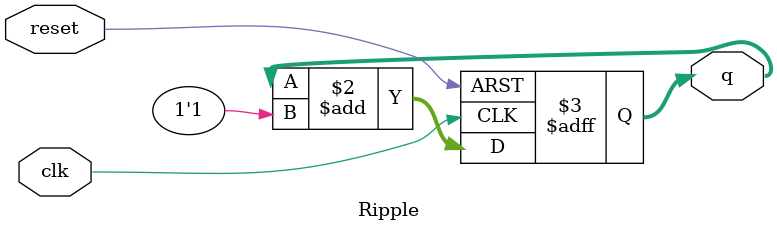
<source format=v>
module Ripple(
    input  wire clk,
    input  wire reset,
    output reg [3:0] q
);

    always @(posedge clk or posedge reset) begin
        if (reset)
            q <= 4'b0000;
        else
            q <= q + 1'b1;   
    end

endmodule
</source>
